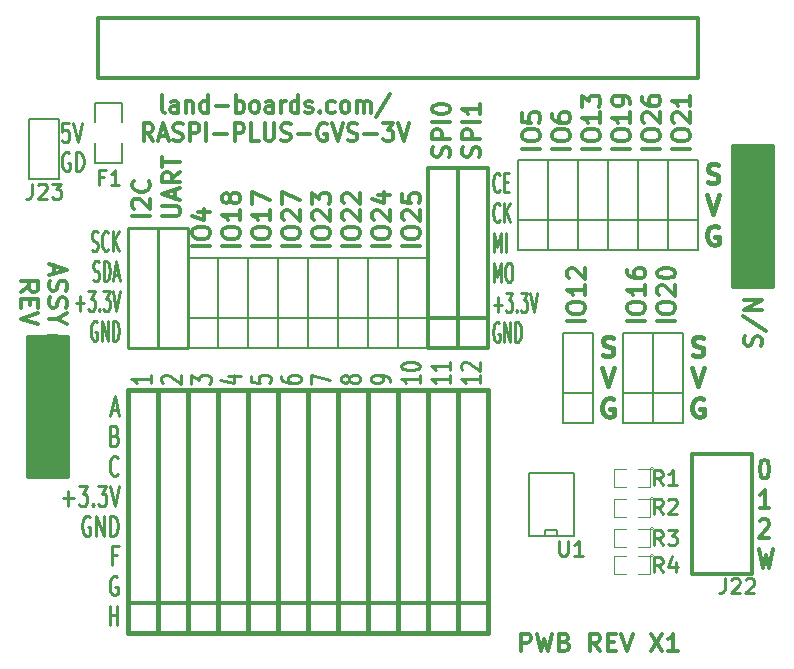
<source format=gto>
G04 (created by PCBNEW (2013-05-31 BZR 4019)-stable) date 8/17/2014 9:53:35 PM*
%MOIN*%
G04 Gerber Fmt 3.4, Leading zero omitted, Abs format*
%FSLAX34Y34*%
G01*
G70*
G90*
G04 APERTURE LIST*
%ADD10C,0.00590551*%
%ADD11C,0.01*%
%ADD12C,0.012*%
%ADD13C,0.00875*%
%ADD14C,0.015*%
%ADD15C,0.011811*%
%ADD16C,0.006*%
%ADD17C,0.005*%
%ADD18C,0.025*%
%ADD19C,0.0039*%
G04 APERTURE END LIST*
G54D10*
G54D11*
X1821Y-3877D02*
X1607Y-3877D01*
X1585Y-4175D01*
X1607Y-4145D01*
X1650Y-4116D01*
X1757Y-4116D01*
X1800Y-4145D01*
X1821Y-4175D01*
X1842Y-4235D01*
X1842Y-4383D01*
X1821Y-4443D01*
X1800Y-4473D01*
X1757Y-4502D01*
X1650Y-4502D01*
X1607Y-4473D01*
X1585Y-4443D01*
X1971Y-3877D02*
X2121Y-4502D01*
X2271Y-3877D01*
X1842Y-4882D02*
X1800Y-4852D01*
X1735Y-4852D01*
X1671Y-4882D01*
X1628Y-4942D01*
X1607Y-5001D01*
X1585Y-5120D01*
X1585Y-5210D01*
X1607Y-5329D01*
X1628Y-5388D01*
X1671Y-5448D01*
X1735Y-5477D01*
X1778Y-5477D01*
X1842Y-5448D01*
X1864Y-5418D01*
X1864Y-5210D01*
X1778Y-5210D01*
X2057Y-5477D02*
X2057Y-4852D01*
X2164Y-4852D01*
X2228Y-4882D01*
X2271Y-4942D01*
X2292Y-5001D01*
X2314Y-5120D01*
X2314Y-5210D01*
X2292Y-5329D01*
X2271Y-5388D01*
X2228Y-5448D01*
X2164Y-5477D01*
X2057Y-5477D01*
G54D12*
X24985Y-15102D02*
X25038Y-15102D01*
X25090Y-15132D01*
X25116Y-15162D01*
X25142Y-15222D01*
X25169Y-15341D01*
X25169Y-15489D01*
X25142Y-15608D01*
X25116Y-15668D01*
X25090Y-15698D01*
X25038Y-15727D01*
X24985Y-15727D01*
X24933Y-15698D01*
X24907Y-15668D01*
X24880Y-15608D01*
X24854Y-15489D01*
X24854Y-15341D01*
X24880Y-15222D01*
X24907Y-15162D01*
X24933Y-15132D01*
X24985Y-15102D01*
X25169Y-16722D02*
X24854Y-16722D01*
X25011Y-16722D02*
X25011Y-16097D01*
X24959Y-16187D01*
X24907Y-16246D01*
X24854Y-16276D01*
X24854Y-17152D02*
X24880Y-17122D01*
X24933Y-17092D01*
X25064Y-17092D01*
X25116Y-17122D01*
X25142Y-17152D01*
X25169Y-17212D01*
X25169Y-17271D01*
X25142Y-17360D01*
X24828Y-17717D01*
X25169Y-17717D01*
X24828Y-18087D02*
X24959Y-18712D01*
X25064Y-18266D01*
X25169Y-18712D01*
X25300Y-18087D01*
G54D13*
X4558Y-12285D02*
X4558Y-12542D01*
X4558Y-12413D02*
X3908Y-12413D01*
X4001Y-12456D01*
X4063Y-12499D01*
X4094Y-12542D01*
X4967Y-12542D02*
X4936Y-12520D01*
X4905Y-12477D01*
X4905Y-12370D01*
X4936Y-12327D01*
X4967Y-12306D01*
X5029Y-12285D01*
X5091Y-12285D01*
X5184Y-12306D01*
X5555Y-12563D01*
X5555Y-12285D01*
X5903Y-12563D02*
X5903Y-12285D01*
X6150Y-12435D01*
X6150Y-12370D01*
X6181Y-12327D01*
X6212Y-12306D01*
X6274Y-12285D01*
X6429Y-12285D01*
X6491Y-12306D01*
X6522Y-12327D01*
X6553Y-12370D01*
X6553Y-12499D01*
X6522Y-12542D01*
X6491Y-12563D01*
X7117Y-12327D02*
X7550Y-12327D01*
X6869Y-12435D02*
X7334Y-12542D01*
X7334Y-12263D01*
X7898Y-12306D02*
X7898Y-12520D01*
X8207Y-12542D01*
X8176Y-12520D01*
X8145Y-12477D01*
X8145Y-12370D01*
X8176Y-12327D01*
X8207Y-12306D01*
X8269Y-12285D01*
X8424Y-12285D01*
X8486Y-12306D01*
X8517Y-12327D01*
X8548Y-12370D01*
X8548Y-12477D01*
X8517Y-12520D01*
X8486Y-12542D01*
X8895Y-12327D02*
X8895Y-12413D01*
X8926Y-12456D01*
X8957Y-12477D01*
X9050Y-12520D01*
X9174Y-12542D01*
X9422Y-12542D01*
X9483Y-12520D01*
X9514Y-12499D01*
X9545Y-12456D01*
X9545Y-12370D01*
X9514Y-12327D01*
X9483Y-12306D01*
X9422Y-12285D01*
X9267Y-12285D01*
X9205Y-12306D01*
X9174Y-12327D01*
X9143Y-12370D01*
X9143Y-12456D01*
X9174Y-12499D01*
X9205Y-12520D01*
X9267Y-12542D01*
X9893Y-12563D02*
X9893Y-12263D01*
X10543Y-12456D01*
X11169Y-12456D02*
X11138Y-12499D01*
X11107Y-12520D01*
X11045Y-12542D01*
X11014Y-12542D01*
X10952Y-12520D01*
X10921Y-12499D01*
X10890Y-12456D01*
X10890Y-12370D01*
X10921Y-12327D01*
X10952Y-12306D01*
X11014Y-12285D01*
X11045Y-12285D01*
X11107Y-12306D01*
X11138Y-12327D01*
X11169Y-12370D01*
X11169Y-12456D01*
X11200Y-12499D01*
X11231Y-12520D01*
X11293Y-12542D01*
X11417Y-12542D01*
X11478Y-12520D01*
X11509Y-12499D01*
X11540Y-12456D01*
X11540Y-12370D01*
X11509Y-12327D01*
X11478Y-12306D01*
X11417Y-12285D01*
X11293Y-12285D01*
X11231Y-12306D01*
X11200Y-12327D01*
X11169Y-12370D01*
X12538Y-12499D02*
X12538Y-12413D01*
X12507Y-12370D01*
X12476Y-12349D01*
X12383Y-12306D01*
X12259Y-12285D01*
X12012Y-12285D01*
X11950Y-12306D01*
X11919Y-12327D01*
X11888Y-12370D01*
X11888Y-12456D01*
X11919Y-12499D01*
X11950Y-12520D01*
X12012Y-12542D01*
X12166Y-12542D01*
X12228Y-12520D01*
X12259Y-12499D01*
X12290Y-12456D01*
X12290Y-12370D01*
X12259Y-12327D01*
X12228Y-12306D01*
X12166Y-12285D01*
X13535Y-12285D02*
X13535Y-12542D01*
X13535Y-12413D02*
X12885Y-12413D01*
X12978Y-12456D01*
X13040Y-12499D01*
X13071Y-12542D01*
X12885Y-12006D02*
X12885Y-11963D01*
X12916Y-11920D01*
X12947Y-11899D01*
X13009Y-11877D01*
X13133Y-11856D01*
X13288Y-11856D01*
X13412Y-11877D01*
X13473Y-11899D01*
X13504Y-11920D01*
X13535Y-11963D01*
X13535Y-12006D01*
X13504Y-12049D01*
X13473Y-12070D01*
X13412Y-12092D01*
X13288Y-12113D01*
X13133Y-12113D01*
X13009Y-12092D01*
X12947Y-12070D01*
X12916Y-12049D01*
X12885Y-12006D01*
X14533Y-12285D02*
X14533Y-12542D01*
X14533Y-12413D02*
X13883Y-12413D01*
X13976Y-12456D01*
X14038Y-12499D01*
X14069Y-12542D01*
X14533Y-11856D02*
X14533Y-12113D01*
X14533Y-11985D02*
X13883Y-11985D01*
X13976Y-12027D01*
X14038Y-12070D01*
X14069Y-12113D01*
X15530Y-12285D02*
X15530Y-12542D01*
X15530Y-12413D02*
X14880Y-12413D01*
X14973Y-12456D01*
X15035Y-12499D01*
X15066Y-12542D01*
X14942Y-12113D02*
X14911Y-12092D01*
X14880Y-12049D01*
X14880Y-11942D01*
X14911Y-11899D01*
X14942Y-11877D01*
X15004Y-11856D01*
X15066Y-11856D01*
X15159Y-11877D01*
X15530Y-12135D01*
X15530Y-11856D01*
X3245Y-13455D02*
X3459Y-13455D01*
X3202Y-13641D02*
X3352Y-12991D01*
X3502Y-13641D01*
X3352Y-14298D02*
X3416Y-14329D01*
X3438Y-14359D01*
X3459Y-14421D01*
X3459Y-14514D01*
X3438Y-14576D01*
X3416Y-14607D01*
X3373Y-14638D01*
X3202Y-14638D01*
X3202Y-13988D01*
X3352Y-13988D01*
X3395Y-14019D01*
X3416Y-14050D01*
X3438Y-14112D01*
X3438Y-14174D01*
X3416Y-14236D01*
X3395Y-14267D01*
X3352Y-14298D01*
X3202Y-14298D01*
X3459Y-15574D02*
X3438Y-15605D01*
X3373Y-15636D01*
X3330Y-15636D01*
X3266Y-15605D01*
X3223Y-15543D01*
X3202Y-15481D01*
X3180Y-15357D01*
X3180Y-15264D01*
X3202Y-15140D01*
X3223Y-15078D01*
X3266Y-15017D01*
X3330Y-14986D01*
X3373Y-14986D01*
X3438Y-15017D01*
X3459Y-15047D01*
X1638Y-16385D02*
X1980Y-16385D01*
X1809Y-16633D02*
X1809Y-16138D01*
X2152Y-15983D02*
X2430Y-15983D01*
X2280Y-16231D01*
X2345Y-16231D01*
X2388Y-16262D01*
X2409Y-16293D01*
X2430Y-16354D01*
X2430Y-16509D01*
X2409Y-16571D01*
X2388Y-16602D01*
X2345Y-16633D01*
X2216Y-16633D01*
X2173Y-16602D01*
X2152Y-16571D01*
X2623Y-16571D02*
X2645Y-16602D01*
X2623Y-16633D01*
X2602Y-16602D01*
X2623Y-16571D01*
X2623Y-16633D01*
X2795Y-15983D02*
X3073Y-15983D01*
X2923Y-16231D01*
X2988Y-16231D01*
X3030Y-16262D01*
X3052Y-16293D01*
X3073Y-16354D01*
X3073Y-16509D01*
X3052Y-16571D01*
X3030Y-16602D01*
X2988Y-16633D01*
X2859Y-16633D01*
X2816Y-16602D01*
X2795Y-16571D01*
X3202Y-15983D02*
X3352Y-16633D01*
X3502Y-15983D01*
X2516Y-17012D02*
X2473Y-16981D01*
X2409Y-16981D01*
X2345Y-17012D01*
X2302Y-17073D01*
X2280Y-17135D01*
X2259Y-17259D01*
X2259Y-17352D01*
X2280Y-17476D01*
X2302Y-17538D01*
X2345Y-17600D01*
X2409Y-17631D01*
X2452Y-17631D01*
X2516Y-17600D01*
X2538Y-17569D01*
X2538Y-17352D01*
X2452Y-17352D01*
X2730Y-17631D02*
X2730Y-16981D01*
X2988Y-17631D01*
X2988Y-16981D01*
X3202Y-17631D02*
X3202Y-16981D01*
X3309Y-16981D01*
X3373Y-17012D01*
X3416Y-17073D01*
X3438Y-17135D01*
X3459Y-17259D01*
X3459Y-17352D01*
X3438Y-17476D01*
X3416Y-17538D01*
X3373Y-17600D01*
X3309Y-17631D01*
X3202Y-17631D01*
X3416Y-18288D02*
X3266Y-18288D01*
X3266Y-18628D02*
X3266Y-17978D01*
X3480Y-17978D01*
X3438Y-19007D02*
X3395Y-18976D01*
X3330Y-18976D01*
X3266Y-19007D01*
X3223Y-19068D01*
X3202Y-19130D01*
X3180Y-19254D01*
X3180Y-19347D01*
X3202Y-19471D01*
X3223Y-19533D01*
X3266Y-19595D01*
X3330Y-19626D01*
X3373Y-19626D01*
X3438Y-19595D01*
X3459Y-19564D01*
X3459Y-19347D01*
X3373Y-19347D01*
X3180Y-20623D02*
X3180Y-19973D01*
X3180Y-20283D02*
X3438Y-20283D01*
X3438Y-20623D02*
X3438Y-19973D01*
G54D14*
X22616Y-11601D02*
X22705Y-11630D01*
X22854Y-11630D01*
X22914Y-11601D01*
X22944Y-11571D01*
X22973Y-11511D01*
X22973Y-11452D01*
X22944Y-11392D01*
X22914Y-11363D01*
X22854Y-11333D01*
X22735Y-11303D01*
X22676Y-11273D01*
X22646Y-11244D01*
X22616Y-11184D01*
X22616Y-11124D01*
X22646Y-11065D01*
X22676Y-11035D01*
X22735Y-11005D01*
X22884Y-11005D01*
X22973Y-11035D01*
X22586Y-12030D02*
X22795Y-12655D01*
X23003Y-12030D01*
X22958Y-13085D02*
X22899Y-13055D01*
X22810Y-13055D01*
X22720Y-13085D01*
X22661Y-13145D01*
X22631Y-13204D01*
X22601Y-13323D01*
X22601Y-13413D01*
X22631Y-13532D01*
X22661Y-13591D01*
X22720Y-13651D01*
X22810Y-13680D01*
X22869Y-13680D01*
X22958Y-13651D01*
X22988Y-13621D01*
X22988Y-13413D01*
X22869Y-13413D01*
G54D15*
X22034Y-10487D02*
X21443Y-10487D01*
X21443Y-10093D02*
X21443Y-9981D01*
X21471Y-9924D01*
X21528Y-9868D01*
X21640Y-9840D01*
X21837Y-9840D01*
X21949Y-9868D01*
X22006Y-9924D01*
X22034Y-9981D01*
X22034Y-10093D01*
X22006Y-10149D01*
X21949Y-10206D01*
X21837Y-10234D01*
X21640Y-10234D01*
X21528Y-10206D01*
X21471Y-10149D01*
X21443Y-10093D01*
X21500Y-9615D02*
X21471Y-9587D01*
X21443Y-9531D01*
X21443Y-9390D01*
X21471Y-9334D01*
X21500Y-9306D01*
X21556Y-9278D01*
X21612Y-9278D01*
X21696Y-9306D01*
X22034Y-9643D01*
X22034Y-9278D01*
X21443Y-8912D02*
X21443Y-8856D01*
X21471Y-8800D01*
X21500Y-8771D01*
X21556Y-8743D01*
X21668Y-8715D01*
X21809Y-8715D01*
X21921Y-8743D01*
X21978Y-8771D01*
X22006Y-8800D01*
X22034Y-8856D01*
X22034Y-8912D01*
X22006Y-8968D01*
X21978Y-8996D01*
X21921Y-9025D01*
X21809Y-9053D01*
X21668Y-9053D01*
X21556Y-9025D01*
X21500Y-8996D01*
X21471Y-8968D01*
X21443Y-8912D01*
X21034Y-10487D02*
X20443Y-10487D01*
X20443Y-10093D02*
X20443Y-9981D01*
X20471Y-9924D01*
X20528Y-9868D01*
X20640Y-9840D01*
X20837Y-9840D01*
X20949Y-9868D01*
X21006Y-9924D01*
X21034Y-9981D01*
X21034Y-10093D01*
X21006Y-10149D01*
X20949Y-10206D01*
X20837Y-10234D01*
X20640Y-10234D01*
X20528Y-10206D01*
X20471Y-10149D01*
X20443Y-10093D01*
X21034Y-9278D02*
X21034Y-9615D01*
X21034Y-9446D02*
X20443Y-9446D01*
X20528Y-9503D01*
X20584Y-9559D01*
X20612Y-9615D01*
X20443Y-8771D02*
X20443Y-8884D01*
X20471Y-8940D01*
X20500Y-8968D01*
X20584Y-9025D01*
X20696Y-9053D01*
X20921Y-9053D01*
X20978Y-9025D01*
X21006Y-8996D01*
X21034Y-8940D01*
X21034Y-8828D01*
X21006Y-8771D01*
X20978Y-8743D01*
X20921Y-8715D01*
X20781Y-8715D01*
X20724Y-8743D01*
X20696Y-8771D01*
X20668Y-8828D01*
X20668Y-8940D01*
X20696Y-8996D01*
X20724Y-9025D01*
X20781Y-9053D01*
X19034Y-10487D02*
X18443Y-10487D01*
X18443Y-10093D02*
X18443Y-9981D01*
X18471Y-9924D01*
X18528Y-9868D01*
X18640Y-9840D01*
X18837Y-9840D01*
X18949Y-9868D01*
X19006Y-9924D01*
X19034Y-9981D01*
X19034Y-10093D01*
X19006Y-10149D01*
X18949Y-10206D01*
X18837Y-10234D01*
X18640Y-10234D01*
X18528Y-10206D01*
X18471Y-10149D01*
X18443Y-10093D01*
X19034Y-9278D02*
X19034Y-9615D01*
X19034Y-9446D02*
X18443Y-9446D01*
X18528Y-9503D01*
X18584Y-9559D01*
X18612Y-9615D01*
X18500Y-9053D02*
X18471Y-9025D01*
X18443Y-8968D01*
X18443Y-8828D01*
X18471Y-8771D01*
X18500Y-8743D01*
X18556Y-8715D01*
X18612Y-8715D01*
X18696Y-8743D01*
X19034Y-9081D01*
X19034Y-8715D01*
X22534Y-4737D02*
X21943Y-4737D01*
X21943Y-4343D02*
X21943Y-4231D01*
X21971Y-4174D01*
X22028Y-4118D01*
X22140Y-4090D01*
X22337Y-4090D01*
X22449Y-4118D01*
X22506Y-4174D01*
X22534Y-4231D01*
X22534Y-4343D01*
X22506Y-4399D01*
X22449Y-4456D01*
X22337Y-4484D01*
X22140Y-4484D01*
X22028Y-4456D01*
X21971Y-4399D01*
X21943Y-4343D01*
X22000Y-3865D02*
X21971Y-3837D01*
X21943Y-3781D01*
X21943Y-3640D01*
X21971Y-3584D01*
X22000Y-3556D01*
X22056Y-3528D01*
X22112Y-3528D01*
X22196Y-3556D01*
X22534Y-3893D01*
X22534Y-3528D01*
X22534Y-2965D02*
X22534Y-3303D01*
X22534Y-3134D02*
X21943Y-3134D01*
X22028Y-3190D01*
X22084Y-3246D01*
X22112Y-3303D01*
X21534Y-4737D02*
X20943Y-4737D01*
X20943Y-4343D02*
X20943Y-4231D01*
X20971Y-4174D01*
X21028Y-4118D01*
X21140Y-4090D01*
X21337Y-4090D01*
X21449Y-4118D01*
X21506Y-4174D01*
X21534Y-4231D01*
X21534Y-4343D01*
X21506Y-4399D01*
X21449Y-4456D01*
X21337Y-4484D01*
X21140Y-4484D01*
X21028Y-4456D01*
X20971Y-4399D01*
X20943Y-4343D01*
X21000Y-3865D02*
X20971Y-3837D01*
X20943Y-3781D01*
X20943Y-3640D01*
X20971Y-3584D01*
X21000Y-3556D01*
X21056Y-3528D01*
X21112Y-3528D01*
X21196Y-3556D01*
X21534Y-3893D01*
X21534Y-3528D01*
X20943Y-3021D02*
X20943Y-3134D01*
X20971Y-3190D01*
X21000Y-3218D01*
X21084Y-3275D01*
X21196Y-3303D01*
X21421Y-3303D01*
X21478Y-3275D01*
X21506Y-3246D01*
X21534Y-3190D01*
X21534Y-3078D01*
X21506Y-3021D01*
X21478Y-2993D01*
X21421Y-2965D01*
X21281Y-2965D01*
X21224Y-2993D01*
X21196Y-3021D01*
X21168Y-3078D01*
X21168Y-3190D01*
X21196Y-3246D01*
X21224Y-3275D01*
X21281Y-3303D01*
X20534Y-4737D02*
X19943Y-4737D01*
X19943Y-4343D02*
X19943Y-4231D01*
X19971Y-4174D01*
X20028Y-4118D01*
X20140Y-4090D01*
X20337Y-4090D01*
X20449Y-4118D01*
X20506Y-4174D01*
X20534Y-4231D01*
X20534Y-4343D01*
X20506Y-4399D01*
X20449Y-4456D01*
X20337Y-4484D01*
X20140Y-4484D01*
X20028Y-4456D01*
X19971Y-4399D01*
X19943Y-4343D01*
X20534Y-3528D02*
X20534Y-3865D01*
X20534Y-3696D02*
X19943Y-3696D01*
X20028Y-3753D01*
X20084Y-3809D01*
X20112Y-3865D01*
X20534Y-3246D02*
X20534Y-3134D01*
X20506Y-3078D01*
X20478Y-3050D01*
X20393Y-2993D01*
X20281Y-2965D01*
X20056Y-2965D01*
X20000Y-2993D01*
X19971Y-3021D01*
X19943Y-3078D01*
X19943Y-3190D01*
X19971Y-3246D01*
X20000Y-3275D01*
X20056Y-3303D01*
X20196Y-3303D01*
X20253Y-3275D01*
X20281Y-3246D01*
X20309Y-3190D01*
X20309Y-3078D01*
X20281Y-3021D01*
X20253Y-2993D01*
X20196Y-2965D01*
X19534Y-4737D02*
X18943Y-4737D01*
X18943Y-4343D02*
X18943Y-4231D01*
X18971Y-4174D01*
X19028Y-4118D01*
X19140Y-4090D01*
X19337Y-4090D01*
X19449Y-4118D01*
X19506Y-4174D01*
X19534Y-4231D01*
X19534Y-4343D01*
X19506Y-4399D01*
X19449Y-4456D01*
X19337Y-4484D01*
X19140Y-4484D01*
X19028Y-4456D01*
X18971Y-4399D01*
X18943Y-4343D01*
X19534Y-3528D02*
X19534Y-3865D01*
X19534Y-3696D02*
X18943Y-3696D01*
X19028Y-3753D01*
X19084Y-3809D01*
X19112Y-3865D01*
X18943Y-3331D02*
X18943Y-2965D01*
X19168Y-3162D01*
X19168Y-3078D01*
X19196Y-3021D01*
X19224Y-2993D01*
X19281Y-2965D01*
X19421Y-2965D01*
X19478Y-2993D01*
X19506Y-3021D01*
X19534Y-3078D01*
X19534Y-3246D01*
X19506Y-3303D01*
X19478Y-3331D01*
X18534Y-4737D02*
X17943Y-4737D01*
X17943Y-4343D02*
X17943Y-4231D01*
X17971Y-4174D01*
X18028Y-4118D01*
X18140Y-4090D01*
X18337Y-4090D01*
X18449Y-4118D01*
X18506Y-4174D01*
X18534Y-4231D01*
X18534Y-4343D01*
X18506Y-4399D01*
X18449Y-4456D01*
X18337Y-4484D01*
X18140Y-4484D01*
X18028Y-4456D01*
X17971Y-4399D01*
X17943Y-4343D01*
X17943Y-3584D02*
X17943Y-3696D01*
X17971Y-3753D01*
X18000Y-3781D01*
X18084Y-3837D01*
X18196Y-3865D01*
X18421Y-3865D01*
X18478Y-3837D01*
X18506Y-3809D01*
X18534Y-3753D01*
X18534Y-3640D01*
X18506Y-3584D01*
X18478Y-3556D01*
X18421Y-3528D01*
X18281Y-3528D01*
X18224Y-3556D01*
X18196Y-3584D01*
X18168Y-3640D01*
X18168Y-3753D01*
X18196Y-3809D01*
X18224Y-3837D01*
X18281Y-3865D01*
X17534Y-4737D02*
X16943Y-4737D01*
X16943Y-4343D02*
X16943Y-4231D01*
X16971Y-4174D01*
X17028Y-4118D01*
X17140Y-4090D01*
X17337Y-4090D01*
X17449Y-4118D01*
X17506Y-4174D01*
X17534Y-4231D01*
X17534Y-4343D01*
X17506Y-4399D01*
X17449Y-4456D01*
X17337Y-4484D01*
X17140Y-4484D01*
X17028Y-4456D01*
X16971Y-4399D01*
X16943Y-4343D01*
X16943Y-3556D02*
X16943Y-3837D01*
X17224Y-3865D01*
X17196Y-3837D01*
X17168Y-3781D01*
X17168Y-3640D01*
X17196Y-3584D01*
X17224Y-3556D01*
X17281Y-3528D01*
X17421Y-3528D01*
X17478Y-3556D01*
X17506Y-3584D01*
X17534Y-3640D01*
X17534Y-3781D01*
X17506Y-3837D01*
X17478Y-3865D01*
X12534Y-7987D02*
X11943Y-7987D01*
X11943Y-7593D02*
X11943Y-7481D01*
X11971Y-7424D01*
X12028Y-7368D01*
X12140Y-7340D01*
X12337Y-7340D01*
X12449Y-7368D01*
X12506Y-7424D01*
X12534Y-7481D01*
X12534Y-7593D01*
X12506Y-7649D01*
X12449Y-7706D01*
X12337Y-7734D01*
X12140Y-7734D01*
X12028Y-7706D01*
X11971Y-7649D01*
X11943Y-7593D01*
X12000Y-7115D02*
X11971Y-7087D01*
X11943Y-7031D01*
X11943Y-6890D01*
X11971Y-6834D01*
X12000Y-6806D01*
X12056Y-6778D01*
X12112Y-6778D01*
X12196Y-6806D01*
X12534Y-7143D01*
X12534Y-6778D01*
X12140Y-6271D02*
X12534Y-6271D01*
X11915Y-6412D02*
X12337Y-6553D01*
X12337Y-6187D01*
X6534Y-7987D02*
X5943Y-7987D01*
X5943Y-7593D02*
X5943Y-7481D01*
X5971Y-7424D01*
X6028Y-7368D01*
X6140Y-7340D01*
X6337Y-7340D01*
X6449Y-7368D01*
X6506Y-7424D01*
X6534Y-7481D01*
X6534Y-7593D01*
X6506Y-7649D01*
X6449Y-7706D01*
X6337Y-7734D01*
X6140Y-7734D01*
X6028Y-7706D01*
X5971Y-7649D01*
X5943Y-7593D01*
X6140Y-6834D02*
X6534Y-6834D01*
X5915Y-6974D02*
X6337Y-7115D01*
X6337Y-6749D01*
G54D14*
X23116Y-5851D02*
X23205Y-5880D01*
X23354Y-5880D01*
X23414Y-5851D01*
X23444Y-5821D01*
X23473Y-5761D01*
X23473Y-5702D01*
X23444Y-5642D01*
X23414Y-5613D01*
X23354Y-5583D01*
X23235Y-5553D01*
X23176Y-5523D01*
X23146Y-5494D01*
X23116Y-5434D01*
X23116Y-5374D01*
X23146Y-5315D01*
X23176Y-5285D01*
X23235Y-5255D01*
X23384Y-5255D01*
X23473Y-5285D01*
X23086Y-6280D02*
X23295Y-6905D01*
X23503Y-6280D01*
X23458Y-7335D02*
X23399Y-7305D01*
X23310Y-7305D01*
X23220Y-7335D01*
X23161Y-7395D01*
X23131Y-7454D01*
X23101Y-7573D01*
X23101Y-7663D01*
X23131Y-7782D01*
X23161Y-7841D01*
X23220Y-7901D01*
X23310Y-7930D01*
X23369Y-7930D01*
X23458Y-7901D01*
X23488Y-7871D01*
X23488Y-7663D01*
X23369Y-7663D01*
X19616Y-11601D02*
X19705Y-11630D01*
X19854Y-11630D01*
X19914Y-11601D01*
X19944Y-11571D01*
X19973Y-11511D01*
X19973Y-11452D01*
X19944Y-11392D01*
X19914Y-11363D01*
X19854Y-11333D01*
X19735Y-11303D01*
X19676Y-11273D01*
X19646Y-11244D01*
X19616Y-11184D01*
X19616Y-11124D01*
X19646Y-11065D01*
X19676Y-11035D01*
X19735Y-11005D01*
X19884Y-11005D01*
X19973Y-11035D01*
X19586Y-12030D02*
X19795Y-12655D01*
X20003Y-12030D01*
X19958Y-13085D02*
X19899Y-13055D01*
X19810Y-13055D01*
X19720Y-13085D01*
X19661Y-13145D01*
X19631Y-13204D01*
X19601Y-13323D01*
X19601Y-13413D01*
X19631Y-13532D01*
X19661Y-13591D01*
X19720Y-13651D01*
X19810Y-13680D01*
X19869Y-13680D01*
X19958Y-13651D01*
X19988Y-13621D01*
X19988Y-13413D01*
X19869Y-13413D01*
G54D15*
X16884Y-21489D02*
X16884Y-20898D01*
X17109Y-20898D01*
X17165Y-20926D01*
X17194Y-20954D01*
X17222Y-21010D01*
X17222Y-21095D01*
X17194Y-21151D01*
X17165Y-21179D01*
X17109Y-21207D01*
X16884Y-21207D01*
X17419Y-20898D02*
X17559Y-21489D01*
X17672Y-21067D01*
X17784Y-21489D01*
X17925Y-20898D01*
X18347Y-21179D02*
X18431Y-21207D01*
X18459Y-21235D01*
X18487Y-21292D01*
X18487Y-21376D01*
X18459Y-21432D01*
X18431Y-21460D01*
X18375Y-21489D01*
X18150Y-21489D01*
X18150Y-20898D01*
X18347Y-20898D01*
X18403Y-20926D01*
X18431Y-20954D01*
X18459Y-21010D01*
X18459Y-21067D01*
X18431Y-21123D01*
X18403Y-21151D01*
X18347Y-21179D01*
X18150Y-21179D01*
X19528Y-21489D02*
X19331Y-21207D01*
X19190Y-21489D02*
X19190Y-20898D01*
X19415Y-20898D01*
X19471Y-20926D01*
X19500Y-20954D01*
X19528Y-21010D01*
X19528Y-21095D01*
X19500Y-21151D01*
X19471Y-21179D01*
X19415Y-21207D01*
X19190Y-21207D01*
X19781Y-21179D02*
X19978Y-21179D01*
X20062Y-21489D02*
X19781Y-21489D01*
X19781Y-20898D01*
X20062Y-20898D01*
X20231Y-20898D02*
X20428Y-21489D01*
X20624Y-20898D01*
X21215Y-20898D02*
X21609Y-21489D01*
X21609Y-20898D02*
X21215Y-21489D01*
X22143Y-21489D02*
X21805Y-21489D01*
X21974Y-21489D02*
X21974Y-20898D01*
X21918Y-20982D01*
X21862Y-21039D01*
X21805Y-21067D01*
X1329Y-8625D02*
X1329Y-8906D01*
X1160Y-8569D02*
X1751Y-8765D01*
X1160Y-8962D01*
X1189Y-9131D02*
X1160Y-9215D01*
X1160Y-9356D01*
X1189Y-9412D01*
X1217Y-9440D01*
X1273Y-9468D01*
X1329Y-9468D01*
X1385Y-9440D01*
X1414Y-9412D01*
X1442Y-9356D01*
X1470Y-9243D01*
X1498Y-9187D01*
X1526Y-9159D01*
X1582Y-9131D01*
X1639Y-9131D01*
X1695Y-9159D01*
X1723Y-9187D01*
X1751Y-9243D01*
X1751Y-9384D01*
X1723Y-9468D01*
X1189Y-9693D02*
X1160Y-9778D01*
X1160Y-9918D01*
X1189Y-9975D01*
X1217Y-10003D01*
X1273Y-10031D01*
X1329Y-10031D01*
X1385Y-10003D01*
X1414Y-9975D01*
X1442Y-9918D01*
X1470Y-9806D01*
X1498Y-9750D01*
X1526Y-9721D01*
X1582Y-9693D01*
X1639Y-9693D01*
X1695Y-9721D01*
X1723Y-9750D01*
X1751Y-9806D01*
X1751Y-9946D01*
X1723Y-10031D01*
X1442Y-10396D02*
X1160Y-10396D01*
X1751Y-10200D02*
X1442Y-10396D01*
X1751Y-10593D01*
X216Y-9497D02*
X497Y-9300D01*
X216Y-9159D02*
X806Y-9159D01*
X806Y-9384D01*
X778Y-9440D01*
X750Y-9468D01*
X694Y-9497D01*
X609Y-9497D01*
X553Y-9468D01*
X525Y-9440D01*
X497Y-9384D01*
X497Y-9159D01*
X525Y-9750D02*
X525Y-9946D01*
X216Y-10031D02*
X216Y-9750D01*
X806Y-9750D01*
X806Y-10031D01*
X806Y-10200D02*
X216Y-10396D01*
X806Y-10593D01*
X24885Y-11312D02*
X24914Y-11228D01*
X24914Y-11087D01*
X24885Y-11031D01*
X24857Y-11003D01*
X24801Y-10974D01*
X24745Y-10974D01*
X24689Y-11003D01*
X24660Y-11031D01*
X24632Y-11087D01*
X24604Y-11199D01*
X24576Y-11256D01*
X24548Y-11284D01*
X24492Y-11312D01*
X24435Y-11312D01*
X24379Y-11284D01*
X24351Y-11256D01*
X24323Y-11199D01*
X24323Y-11059D01*
X24351Y-10974D01*
X24295Y-10300D02*
X25054Y-10806D01*
X24914Y-10103D02*
X24323Y-10103D01*
X24914Y-9765D01*
X24323Y-9765D01*
G54D13*
X2578Y-8110D02*
X2628Y-8141D01*
X2711Y-8141D01*
X2745Y-8110D01*
X2761Y-8079D01*
X2778Y-8017D01*
X2778Y-7955D01*
X2761Y-7893D01*
X2745Y-7862D01*
X2711Y-7831D01*
X2645Y-7800D01*
X2611Y-7769D01*
X2595Y-7738D01*
X2578Y-7676D01*
X2578Y-7614D01*
X2595Y-7552D01*
X2611Y-7522D01*
X2645Y-7491D01*
X2728Y-7491D01*
X2778Y-7522D01*
X3128Y-8079D02*
X3111Y-8110D01*
X3061Y-8141D01*
X3028Y-8141D01*
X2978Y-8110D01*
X2945Y-8048D01*
X2928Y-7986D01*
X2911Y-7862D01*
X2911Y-7769D01*
X2928Y-7645D01*
X2945Y-7583D01*
X2978Y-7522D01*
X3028Y-7491D01*
X3061Y-7491D01*
X3111Y-7522D01*
X3128Y-7552D01*
X3278Y-8141D02*
X3278Y-7491D01*
X3478Y-8141D02*
X3328Y-7769D01*
X3478Y-7491D02*
X3278Y-7862D01*
X2628Y-9107D02*
X2678Y-9138D01*
X2761Y-9138D01*
X2795Y-9107D01*
X2811Y-9076D01*
X2828Y-9014D01*
X2828Y-8952D01*
X2811Y-8890D01*
X2795Y-8859D01*
X2761Y-8829D01*
X2695Y-8798D01*
X2661Y-8767D01*
X2645Y-8736D01*
X2628Y-8674D01*
X2628Y-8612D01*
X2645Y-8550D01*
X2661Y-8519D01*
X2695Y-8488D01*
X2778Y-8488D01*
X2828Y-8519D01*
X2978Y-9138D02*
X2978Y-8488D01*
X3061Y-8488D01*
X3111Y-8519D01*
X3145Y-8581D01*
X3161Y-8643D01*
X3178Y-8767D01*
X3178Y-8859D01*
X3161Y-8983D01*
X3145Y-9045D01*
X3111Y-9107D01*
X3061Y-9138D01*
X2978Y-9138D01*
X3311Y-8952D02*
X3478Y-8952D01*
X3278Y-9138D02*
X3395Y-8488D01*
X3511Y-9138D01*
X2061Y-9888D02*
X2328Y-9888D01*
X2195Y-10136D02*
X2195Y-9640D01*
X2461Y-9486D02*
X2678Y-9486D01*
X2561Y-9733D01*
X2611Y-9733D01*
X2645Y-9764D01*
X2661Y-9795D01*
X2678Y-9857D01*
X2678Y-10012D01*
X2661Y-10074D01*
X2645Y-10105D01*
X2611Y-10136D01*
X2511Y-10136D01*
X2478Y-10105D01*
X2461Y-10074D01*
X2828Y-10074D02*
X2845Y-10105D01*
X2828Y-10136D01*
X2811Y-10105D01*
X2828Y-10074D01*
X2828Y-10136D01*
X2961Y-9486D02*
X3178Y-9486D01*
X3061Y-9733D01*
X3111Y-9733D01*
X3145Y-9764D01*
X3161Y-9795D01*
X3178Y-9857D01*
X3178Y-10012D01*
X3161Y-10074D01*
X3145Y-10105D01*
X3111Y-10136D01*
X3011Y-10136D01*
X2978Y-10105D01*
X2961Y-10074D01*
X3278Y-9486D02*
X3395Y-10136D01*
X3511Y-9486D01*
X2745Y-10514D02*
X2711Y-10483D01*
X2661Y-10483D01*
X2611Y-10514D01*
X2578Y-10576D01*
X2561Y-10638D01*
X2545Y-10762D01*
X2545Y-10854D01*
X2561Y-10978D01*
X2578Y-11040D01*
X2611Y-11102D01*
X2661Y-11133D01*
X2695Y-11133D01*
X2745Y-11102D01*
X2761Y-11071D01*
X2761Y-10854D01*
X2695Y-10854D01*
X2911Y-11133D02*
X2911Y-10483D01*
X3111Y-11133D01*
X3111Y-10483D01*
X3278Y-11133D02*
X3278Y-10483D01*
X3361Y-10483D01*
X3411Y-10514D01*
X3445Y-10576D01*
X3461Y-10638D01*
X3478Y-10762D01*
X3478Y-10854D01*
X3461Y-10978D01*
X3445Y-11040D01*
X3411Y-11102D01*
X3361Y-11133D01*
X3278Y-11133D01*
X16178Y-6129D02*
X16161Y-6160D01*
X16111Y-6191D01*
X16078Y-6191D01*
X16028Y-6160D01*
X15995Y-6098D01*
X15978Y-6036D01*
X15961Y-5912D01*
X15961Y-5819D01*
X15978Y-5695D01*
X15995Y-5633D01*
X16028Y-5572D01*
X16078Y-5541D01*
X16111Y-5541D01*
X16161Y-5572D01*
X16178Y-5602D01*
X16328Y-5850D02*
X16445Y-5850D01*
X16495Y-6191D02*
X16328Y-6191D01*
X16328Y-5541D01*
X16495Y-5541D01*
X16178Y-7126D02*
X16161Y-7157D01*
X16111Y-7188D01*
X16078Y-7188D01*
X16028Y-7157D01*
X15995Y-7095D01*
X15978Y-7033D01*
X15961Y-6909D01*
X15961Y-6817D01*
X15978Y-6693D01*
X15995Y-6631D01*
X16028Y-6569D01*
X16078Y-6538D01*
X16111Y-6538D01*
X16161Y-6569D01*
X16178Y-6600D01*
X16328Y-7188D02*
X16328Y-6538D01*
X16528Y-7188D02*
X16378Y-6817D01*
X16528Y-6538D02*
X16328Y-6909D01*
X15978Y-8186D02*
X15978Y-7536D01*
X16095Y-8000D01*
X16211Y-7536D01*
X16211Y-8186D01*
X16378Y-8186D02*
X16378Y-7536D01*
X15978Y-9183D02*
X15978Y-8533D01*
X16095Y-8997D01*
X16211Y-8533D01*
X16211Y-9183D01*
X16445Y-8533D02*
X16511Y-8533D01*
X16545Y-8564D01*
X16578Y-8626D01*
X16595Y-8750D01*
X16595Y-8966D01*
X16578Y-9090D01*
X16545Y-9152D01*
X16511Y-9183D01*
X16445Y-9183D01*
X16411Y-9152D01*
X16378Y-9090D01*
X16361Y-8966D01*
X16361Y-8750D01*
X16378Y-8626D01*
X16411Y-8564D01*
X16445Y-8533D01*
X15978Y-9933D02*
X16245Y-9933D01*
X16111Y-10181D02*
X16111Y-9685D01*
X16378Y-9531D02*
X16595Y-9531D01*
X16478Y-9778D01*
X16528Y-9778D01*
X16561Y-9809D01*
X16578Y-9840D01*
X16595Y-9902D01*
X16595Y-10057D01*
X16578Y-10119D01*
X16561Y-10150D01*
X16528Y-10181D01*
X16428Y-10181D01*
X16395Y-10150D01*
X16378Y-10119D01*
X16745Y-10119D02*
X16761Y-10150D01*
X16745Y-10181D01*
X16728Y-10150D01*
X16745Y-10119D01*
X16745Y-10181D01*
X16878Y-9531D02*
X17095Y-9531D01*
X16978Y-9778D01*
X17028Y-9778D01*
X17061Y-9809D01*
X17078Y-9840D01*
X17095Y-9902D01*
X17095Y-10057D01*
X17078Y-10119D01*
X17061Y-10150D01*
X17028Y-10181D01*
X16928Y-10181D01*
X16895Y-10150D01*
X16878Y-10119D01*
X17195Y-9531D02*
X17311Y-10181D01*
X17428Y-9531D01*
X16161Y-10559D02*
X16128Y-10528D01*
X16078Y-10528D01*
X16028Y-10559D01*
X15995Y-10621D01*
X15978Y-10683D01*
X15961Y-10807D01*
X15961Y-10899D01*
X15978Y-11023D01*
X15995Y-11085D01*
X16028Y-11147D01*
X16078Y-11178D01*
X16111Y-11178D01*
X16161Y-11147D01*
X16178Y-11116D01*
X16178Y-10899D01*
X16111Y-10899D01*
X16328Y-11178D02*
X16328Y-10528D01*
X16528Y-11178D01*
X16528Y-10528D01*
X16695Y-11178D02*
X16695Y-10528D01*
X16778Y-10528D01*
X16828Y-10559D01*
X16861Y-10621D01*
X16878Y-10683D01*
X16895Y-10807D01*
X16895Y-10899D01*
X16878Y-11023D01*
X16861Y-11085D01*
X16828Y-11147D01*
X16778Y-11178D01*
X16695Y-11178D01*
G54D15*
X5020Y-3539D02*
X4967Y-3510D01*
X4941Y-3454D01*
X4941Y-2948D01*
X5465Y-3539D02*
X5465Y-3229D01*
X5439Y-3173D01*
X5386Y-3145D01*
X5282Y-3145D01*
X5229Y-3173D01*
X5465Y-3510D02*
X5413Y-3539D01*
X5282Y-3539D01*
X5229Y-3510D01*
X5203Y-3454D01*
X5203Y-3398D01*
X5229Y-3342D01*
X5282Y-3314D01*
X5413Y-3314D01*
X5465Y-3285D01*
X5727Y-3145D02*
X5727Y-3539D01*
X5727Y-3201D02*
X5753Y-3173D01*
X5805Y-3145D01*
X5884Y-3145D01*
X5936Y-3173D01*
X5963Y-3229D01*
X5963Y-3539D01*
X6460Y-3539D02*
X6460Y-2948D01*
X6460Y-3510D02*
X6408Y-3539D01*
X6303Y-3539D01*
X6251Y-3510D01*
X6225Y-3482D01*
X6198Y-3426D01*
X6198Y-3257D01*
X6225Y-3201D01*
X6251Y-3173D01*
X6303Y-3145D01*
X6408Y-3145D01*
X6460Y-3173D01*
X6722Y-3314D02*
X7141Y-3314D01*
X7403Y-3539D02*
X7403Y-2948D01*
X7403Y-3173D02*
X7455Y-3145D01*
X7560Y-3145D01*
X7613Y-3173D01*
X7639Y-3201D01*
X7665Y-3257D01*
X7665Y-3426D01*
X7639Y-3482D01*
X7613Y-3510D01*
X7560Y-3539D01*
X7455Y-3539D01*
X7403Y-3510D01*
X7979Y-3539D02*
X7927Y-3510D01*
X7901Y-3482D01*
X7874Y-3426D01*
X7874Y-3257D01*
X7901Y-3201D01*
X7927Y-3173D01*
X7979Y-3145D01*
X8058Y-3145D01*
X8110Y-3173D01*
X8136Y-3201D01*
X8163Y-3257D01*
X8163Y-3426D01*
X8136Y-3482D01*
X8110Y-3510D01*
X8058Y-3539D01*
X7979Y-3539D01*
X8634Y-3539D02*
X8634Y-3229D01*
X8608Y-3173D01*
X8555Y-3145D01*
X8451Y-3145D01*
X8398Y-3173D01*
X8634Y-3510D02*
X8582Y-3539D01*
X8451Y-3539D01*
X8398Y-3510D01*
X8372Y-3454D01*
X8372Y-3398D01*
X8398Y-3342D01*
X8451Y-3314D01*
X8582Y-3314D01*
X8634Y-3285D01*
X8896Y-3539D02*
X8896Y-3145D01*
X8896Y-3257D02*
X8922Y-3201D01*
X8948Y-3173D01*
X9001Y-3145D01*
X9053Y-3145D01*
X9472Y-3539D02*
X9472Y-2948D01*
X9472Y-3510D02*
X9420Y-3539D01*
X9315Y-3539D01*
X9263Y-3510D01*
X9236Y-3482D01*
X9210Y-3426D01*
X9210Y-3257D01*
X9236Y-3201D01*
X9263Y-3173D01*
X9315Y-3145D01*
X9420Y-3145D01*
X9472Y-3173D01*
X9708Y-3510D02*
X9760Y-3539D01*
X9865Y-3539D01*
X9917Y-3510D01*
X9944Y-3454D01*
X9944Y-3426D01*
X9917Y-3370D01*
X9865Y-3342D01*
X9786Y-3342D01*
X9734Y-3314D01*
X9708Y-3257D01*
X9708Y-3229D01*
X9734Y-3173D01*
X9786Y-3145D01*
X9865Y-3145D01*
X9917Y-3173D01*
X10179Y-3482D02*
X10205Y-3510D01*
X10179Y-3539D01*
X10153Y-3510D01*
X10179Y-3482D01*
X10179Y-3539D01*
X10677Y-3510D02*
X10624Y-3539D01*
X10520Y-3539D01*
X10467Y-3510D01*
X10441Y-3482D01*
X10415Y-3426D01*
X10415Y-3257D01*
X10441Y-3201D01*
X10467Y-3173D01*
X10520Y-3145D01*
X10624Y-3145D01*
X10677Y-3173D01*
X10991Y-3539D02*
X10939Y-3510D01*
X10913Y-3482D01*
X10886Y-3426D01*
X10886Y-3257D01*
X10913Y-3201D01*
X10939Y-3173D01*
X10991Y-3145D01*
X11070Y-3145D01*
X11122Y-3173D01*
X11148Y-3201D01*
X11174Y-3257D01*
X11174Y-3426D01*
X11148Y-3482D01*
X11122Y-3510D01*
X11070Y-3539D01*
X10991Y-3539D01*
X11410Y-3539D02*
X11410Y-3145D01*
X11410Y-3201D02*
X11436Y-3173D01*
X11489Y-3145D01*
X11567Y-3145D01*
X11620Y-3173D01*
X11646Y-3229D01*
X11646Y-3539D01*
X11646Y-3229D02*
X11672Y-3173D01*
X11724Y-3145D01*
X11803Y-3145D01*
X11855Y-3173D01*
X11882Y-3229D01*
X11882Y-3539D01*
X12536Y-2920D02*
X12065Y-3679D01*
X4627Y-4483D02*
X4444Y-4202D01*
X4313Y-4483D02*
X4313Y-3893D01*
X4522Y-3893D01*
X4575Y-3921D01*
X4601Y-3949D01*
X4627Y-4005D01*
X4627Y-4090D01*
X4601Y-4146D01*
X4575Y-4174D01*
X4522Y-4202D01*
X4313Y-4202D01*
X4836Y-4315D02*
X5098Y-4315D01*
X4784Y-4483D02*
X4967Y-3893D01*
X5151Y-4483D01*
X5308Y-4455D02*
X5386Y-4483D01*
X5517Y-4483D01*
X5570Y-4455D01*
X5596Y-4427D01*
X5622Y-4371D01*
X5622Y-4315D01*
X5596Y-4258D01*
X5570Y-4230D01*
X5517Y-4202D01*
X5413Y-4174D01*
X5360Y-4146D01*
X5334Y-4118D01*
X5308Y-4062D01*
X5308Y-4005D01*
X5334Y-3949D01*
X5360Y-3921D01*
X5413Y-3893D01*
X5544Y-3893D01*
X5622Y-3921D01*
X5858Y-4483D02*
X5858Y-3893D01*
X6067Y-3893D01*
X6120Y-3921D01*
X6146Y-3949D01*
X6172Y-4005D01*
X6172Y-4090D01*
X6146Y-4146D01*
X6120Y-4174D01*
X6067Y-4202D01*
X5858Y-4202D01*
X6408Y-4483D02*
X6408Y-3893D01*
X6670Y-4258D02*
X7089Y-4258D01*
X7351Y-4483D02*
X7351Y-3893D01*
X7560Y-3893D01*
X7613Y-3921D01*
X7639Y-3949D01*
X7665Y-4005D01*
X7665Y-4090D01*
X7639Y-4146D01*
X7613Y-4174D01*
X7560Y-4202D01*
X7351Y-4202D01*
X8163Y-4483D02*
X7901Y-4483D01*
X7901Y-3893D01*
X8346Y-3893D02*
X8346Y-4371D01*
X8372Y-4427D01*
X8398Y-4455D01*
X8451Y-4483D01*
X8555Y-4483D01*
X8608Y-4455D01*
X8634Y-4427D01*
X8660Y-4371D01*
X8660Y-3893D01*
X8896Y-4455D02*
X8975Y-4483D01*
X9105Y-4483D01*
X9158Y-4455D01*
X9184Y-4427D01*
X9210Y-4371D01*
X9210Y-4315D01*
X9184Y-4258D01*
X9158Y-4230D01*
X9105Y-4202D01*
X9001Y-4174D01*
X8948Y-4146D01*
X8922Y-4118D01*
X8896Y-4062D01*
X8896Y-4005D01*
X8922Y-3949D01*
X8948Y-3921D01*
X9001Y-3893D01*
X9132Y-3893D01*
X9210Y-3921D01*
X9446Y-4258D02*
X9865Y-4258D01*
X10415Y-3921D02*
X10363Y-3893D01*
X10284Y-3893D01*
X10205Y-3921D01*
X10153Y-3977D01*
X10127Y-4033D01*
X10101Y-4146D01*
X10101Y-4230D01*
X10127Y-4343D01*
X10153Y-4399D01*
X10205Y-4455D01*
X10284Y-4483D01*
X10336Y-4483D01*
X10415Y-4455D01*
X10441Y-4427D01*
X10441Y-4230D01*
X10336Y-4230D01*
X10598Y-3893D02*
X10782Y-4483D01*
X10965Y-3893D01*
X11122Y-4455D02*
X11201Y-4483D01*
X11332Y-4483D01*
X11384Y-4455D01*
X11410Y-4427D01*
X11436Y-4371D01*
X11436Y-4315D01*
X11410Y-4258D01*
X11384Y-4230D01*
X11332Y-4202D01*
X11227Y-4174D01*
X11175Y-4146D01*
X11148Y-4118D01*
X11122Y-4062D01*
X11122Y-4005D01*
X11148Y-3949D01*
X11175Y-3921D01*
X11227Y-3893D01*
X11358Y-3893D01*
X11436Y-3921D01*
X11672Y-4258D02*
X12091Y-4258D01*
X12301Y-3893D02*
X12641Y-3893D01*
X12458Y-4118D01*
X12536Y-4118D01*
X12589Y-4146D01*
X12615Y-4174D01*
X12641Y-4230D01*
X12641Y-4371D01*
X12615Y-4427D01*
X12589Y-4455D01*
X12536Y-4483D01*
X12379Y-4483D01*
X12327Y-4455D01*
X12301Y-4427D01*
X12798Y-3893D02*
X12982Y-4483D01*
X13165Y-3893D01*
X15506Y-5015D02*
X15534Y-4931D01*
X15534Y-4790D01*
X15506Y-4734D01*
X15478Y-4706D01*
X15421Y-4678D01*
X15365Y-4678D01*
X15309Y-4706D01*
X15281Y-4734D01*
X15253Y-4790D01*
X15224Y-4902D01*
X15196Y-4959D01*
X15168Y-4987D01*
X15112Y-5015D01*
X15056Y-5015D01*
X15000Y-4987D01*
X14971Y-4959D01*
X14943Y-4902D01*
X14943Y-4762D01*
X14971Y-4678D01*
X15534Y-4424D02*
X14943Y-4424D01*
X14943Y-4199D01*
X14971Y-4143D01*
X15000Y-4115D01*
X15056Y-4087D01*
X15140Y-4087D01*
X15196Y-4115D01*
X15224Y-4143D01*
X15253Y-4199D01*
X15253Y-4424D01*
X15534Y-3834D02*
X14943Y-3834D01*
X15534Y-3243D02*
X15534Y-3581D01*
X15534Y-3412D02*
X14943Y-3412D01*
X15028Y-3468D01*
X15084Y-3525D01*
X15112Y-3581D01*
X14506Y-5015D02*
X14534Y-4931D01*
X14534Y-4790D01*
X14506Y-4734D01*
X14478Y-4706D01*
X14421Y-4678D01*
X14365Y-4678D01*
X14309Y-4706D01*
X14281Y-4734D01*
X14253Y-4790D01*
X14224Y-4902D01*
X14196Y-4959D01*
X14168Y-4987D01*
X14112Y-5015D01*
X14056Y-5015D01*
X14000Y-4987D01*
X13971Y-4959D01*
X13943Y-4902D01*
X13943Y-4762D01*
X13971Y-4678D01*
X14534Y-4424D02*
X13943Y-4424D01*
X13943Y-4199D01*
X13971Y-4143D01*
X14000Y-4115D01*
X14056Y-4087D01*
X14140Y-4087D01*
X14196Y-4115D01*
X14224Y-4143D01*
X14253Y-4199D01*
X14253Y-4424D01*
X14534Y-3834D02*
X13943Y-3834D01*
X13943Y-3440D02*
X13943Y-3384D01*
X13971Y-3328D01*
X14000Y-3300D01*
X14056Y-3271D01*
X14168Y-3243D01*
X14309Y-3243D01*
X14421Y-3271D01*
X14478Y-3300D01*
X14506Y-3328D01*
X14534Y-3384D01*
X14534Y-3440D01*
X14506Y-3496D01*
X14478Y-3525D01*
X14421Y-3553D01*
X14309Y-3581D01*
X14168Y-3581D01*
X14056Y-3553D01*
X14000Y-3525D01*
X13971Y-3496D01*
X13943Y-3440D01*
X13534Y-7987D02*
X12943Y-7987D01*
X12943Y-7593D02*
X12943Y-7481D01*
X12971Y-7424D01*
X13028Y-7368D01*
X13140Y-7340D01*
X13337Y-7340D01*
X13449Y-7368D01*
X13506Y-7424D01*
X13534Y-7481D01*
X13534Y-7593D01*
X13506Y-7649D01*
X13449Y-7706D01*
X13337Y-7734D01*
X13140Y-7734D01*
X13028Y-7706D01*
X12971Y-7649D01*
X12943Y-7593D01*
X13000Y-7115D02*
X12971Y-7087D01*
X12943Y-7031D01*
X12943Y-6890D01*
X12971Y-6834D01*
X13000Y-6806D01*
X13056Y-6778D01*
X13112Y-6778D01*
X13196Y-6806D01*
X13534Y-7143D01*
X13534Y-6778D01*
X12943Y-6243D02*
X12943Y-6525D01*
X13224Y-6553D01*
X13196Y-6525D01*
X13168Y-6468D01*
X13168Y-6328D01*
X13196Y-6271D01*
X13224Y-6243D01*
X13281Y-6215D01*
X13421Y-6215D01*
X13478Y-6243D01*
X13506Y-6271D01*
X13534Y-6328D01*
X13534Y-6468D01*
X13506Y-6525D01*
X13478Y-6553D01*
X11534Y-7987D02*
X10943Y-7987D01*
X10943Y-7593D02*
X10943Y-7481D01*
X10971Y-7424D01*
X11028Y-7368D01*
X11140Y-7340D01*
X11337Y-7340D01*
X11449Y-7368D01*
X11506Y-7424D01*
X11534Y-7481D01*
X11534Y-7593D01*
X11506Y-7649D01*
X11449Y-7706D01*
X11337Y-7734D01*
X11140Y-7734D01*
X11028Y-7706D01*
X10971Y-7649D01*
X10943Y-7593D01*
X11000Y-7115D02*
X10971Y-7087D01*
X10943Y-7031D01*
X10943Y-6890D01*
X10971Y-6834D01*
X11000Y-6806D01*
X11056Y-6778D01*
X11112Y-6778D01*
X11196Y-6806D01*
X11534Y-7143D01*
X11534Y-6778D01*
X11000Y-6553D02*
X10971Y-6525D01*
X10943Y-6468D01*
X10943Y-6328D01*
X10971Y-6271D01*
X11000Y-6243D01*
X11056Y-6215D01*
X11112Y-6215D01*
X11196Y-6243D01*
X11534Y-6581D01*
X11534Y-6215D01*
X10534Y-7987D02*
X9943Y-7987D01*
X9943Y-7593D02*
X9943Y-7481D01*
X9971Y-7424D01*
X10028Y-7368D01*
X10140Y-7340D01*
X10337Y-7340D01*
X10449Y-7368D01*
X10506Y-7424D01*
X10534Y-7481D01*
X10534Y-7593D01*
X10506Y-7649D01*
X10449Y-7706D01*
X10337Y-7734D01*
X10140Y-7734D01*
X10028Y-7706D01*
X9971Y-7649D01*
X9943Y-7593D01*
X10000Y-7115D02*
X9971Y-7087D01*
X9943Y-7031D01*
X9943Y-6890D01*
X9971Y-6834D01*
X10000Y-6806D01*
X10056Y-6778D01*
X10112Y-6778D01*
X10196Y-6806D01*
X10534Y-7143D01*
X10534Y-6778D01*
X9943Y-6581D02*
X9943Y-6215D01*
X10168Y-6412D01*
X10168Y-6328D01*
X10196Y-6271D01*
X10224Y-6243D01*
X10281Y-6215D01*
X10421Y-6215D01*
X10478Y-6243D01*
X10506Y-6271D01*
X10534Y-6328D01*
X10534Y-6496D01*
X10506Y-6553D01*
X10478Y-6581D01*
X9534Y-7987D02*
X8943Y-7987D01*
X8943Y-7593D02*
X8943Y-7481D01*
X8971Y-7424D01*
X9028Y-7368D01*
X9140Y-7340D01*
X9337Y-7340D01*
X9449Y-7368D01*
X9506Y-7424D01*
X9534Y-7481D01*
X9534Y-7593D01*
X9506Y-7649D01*
X9449Y-7706D01*
X9337Y-7734D01*
X9140Y-7734D01*
X9028Y-7706D01*
X8971Y-7649D01*
X8943Y-7593D01*
X9000Y-7115D02*
X8971Y-7087D01*
X8943Y-7031D01*
X8943Y-6890D01*
X8971Y-6834D01*
X9000Y-6806D01*
X9056Y-6778D01*
X9112Y-6778D01*
X9196Y-6806D01*
X9534Y-7143D01*
X9534Y-6778D01*
X8943Y-6581D02*
X8943Y-6187D01*
X9534Y-6440D01*
X8534Y-7987D02*
X7943Y-7987D01*
X7943Y-7593D02*
X7943Y-7481D01*
X7971Y-7424D01*
X8028Y-7368D01*
X8140Y-7340D01*
X8337Y-7340D01*
X8449Y-7368D01*
X8506Y-7424D01*
X8534Y-7481D01*
X8534Y-7593D01*
X8506Y-7649D01*
X8449Y-7706D01*
X8337Y-7734D01*
X8140Y-7734D01*
X8028Y-7706D01*
X7971Y-7649D01*
X7943Y-7593D01*
X8534Y-6778D02*
X8534Y-7115D01*
X8534Y-6946D02*
X7943Y-6946D01*
X8028Y-7003D01*
X8084Y-7059D01*
X8112Y-7115D01*
X7943Y-6581D02*
X7943Y-6187D01*
X8534Y-6440D01*
X7534Y-7987D02*
X6943Y-7987D01*
X6943Y-7593D02*
X6943Y-7481D01*
X6971Y-7424D01*
X7028Y-7368D01*
X7140Y-7340D01*
X7337Y-7340D01*
X7449Y-7368D01*
X7506Y-7424D01*
X7534Y-7481D01*
X7534Y-7593D01*
X7506Y-7649D01*
X7449Y-7706D01*
X7337Y-7734D01*
X7140Y-7734D01*
X7028Y-7706D01*
X6971Y-7649D01*
X6943Y-7593D01*
X7534Y-6778D02*
X7534Y-7115D01*
X7534Y-6946D02*
X6943Y-6946D01*
X7028Y-7003D01*
X7084Y-7059D01*
X7112Y-7115D01*
X7196Y-6440D02*
X7168Y-6496D01*
X7140Y-6525D01*
X7084Y-6553D01*
X7056Y-6553D01*
X7000Y-6525D01*
X6971Y-6496D01*
X6943Y-6440D01*
X6943Y-6328D01*
X6971Y-6271D01*
X7000Y-6243D01*
X7056Y-6215D01*
X7084Y-6215D01*
X7140Y-6243D01*
X7168Y-6271D01*
X7196Y-6328D01*
X7196Y-6440D01*
X7224Y-6496D01*
X7253Y-6525D01*
X7309Y-6553D01*
X7421Y-6553D01*
X7478Y-6525D01*
X7506Y-6496D01*
X7534Y-6440D01*
X7534Y-6328D01*
X7506Y-6271D01*
X7478Y-6243D01*
X7421Y-6215D01*
X7309Y-6215D01*
X7253Y-6243D01*
X7224Y-6271D01*
X7196Y-6328D01*
X4943Y-6987D02*
X5421Y-6987D01*
X5478Y-6959D01*
X5506Y-6931D01*
X5534Y-6874D01*
X5534Y-6762D01*
X5506Y-6706D01*
X5478Y-6678D01*
X5421Y-6649D01*
X4943Y-6649D01*
X5365Y-6396D02*
X5365Y-6115D01*
X5534Y-6453D02*
X4943Y-6256D01*
X5534Y-6059D01*
X5534Y-5525D02*
X5253Y-5721D01*
X5534Y-5862D02*
X4943Y-5862D01*
X4943Y-5637D01*
X4971Y-5581D01*
X5000Y-5553D01*
X5056Y-5525D01*
X5140Y-5525D01*
X5196Y-5553D01*
X5224Y-5581D01*
X5253Y-5637D01*
X5253Y-5862D01*
X4943Y-5356D02*
X4943Y-5018D01*
X5534Y-5187D02*
X4943Y-5187D01*
X4534Y-6987D02*
X3943Y-6987D01*
X4000Y-6734D02*
X3971Y-6706D01*
X3943Y-6649D01*
X3943Y-6509D01*
X3971Y-6453D01*
X4000Y-6424D01*
X4056Y-6396D01*
X4112Y-6396D01*
X4196Y-6424D01*
X4534Y-6762D01*
X4534Y-6396D01*
X4478Y-5806D02*
X4506Y-5834D01*
X4534Y-5918D01*
X4534Y-5974D01*
X4506Y-6059D01*
X4449Y-6115D01*
X4393Y-6143D01*
X4281Y-6171D01*
X4196Y-6171D01*
X4084Y-6143D01*
X4028Y-6115D01*
X3971Y-6059D01*
X3943Y-5974D01*
X3943Y-5918D01*
X3971Y-5834D01*
X4000Y-5806D01*
G54D11*
X5795Y-7377D02*
X5795Y-11377D01*
X4795Y-7377D02*
X4795Y-11377D01*
X4795Y-11377D02*
X5795Y-11377D01*
X5795Y-7377D02*
X4795Y-7377D01*
G54D16*
X7795Y-11377D02*
X6795Y-11377D01*
X6795Y-11377D02*
X6795Y-8377D01*
X6795Y-8377D02*
X7795Y-8377D01*
X7795Y-8377D02*
X7795Y-11377D01*
X6795Y-10377D02*
X7795Y-10377D01*
X9795Y-11377D02*
X8795Y-11377D01*
X8795Y-11377D02*
X8795Y-8377D01*
X8795Y-8377D02*
X9795Y-8377D01*
X9795Y-8377D02*
X9795Y-11377D01*
X8795Y-10377D02*
X9795Y-10377D01*
X11795Y-11377D02*
X10795Y-11377D01*
X10795Y-11377D02*
X10795Y-8377D01*
X10795Y-8377D02*
X11795Y-8377D01*
X11795Y-8377D02*
X11795Y-11377D01*
X10795Y-10377D02*
X11795Y-10377D01*
X13795Y-11377D02*
X12795Y-11377D01*
X12795Y-11377D02*
X12795Y-8377D01*
X12795Y-8377D02*
X13795Y-8377D01*
X13795Y-8377D02*
X13795Y-11377D01*
X12795Y-10377D02*
X13795Y-10377D01*
X10795Y-11377D02*
X9795Y-11377D01*
X9795Y-11377D02*
X9795Y-8377D01*
X9795Y-8377D02*
X10795Y-8377D01*
X10795Y-8377D02*
X10795Y-11377D01*
X9795Y-10377D02*
X10795Y-10377D01*
X12795Y-11377D02*
X11795Y-11377D01*
X11795Y-11377D02*
X11795Y-8377D01*
X11795Y-8377D02*
X12795Y-8377D01*
X12795Y-8377D02*
X12795Y-11377D01*
X11795Y-10377D02*
X12795Y-10377D01*
G54D12*
X15795Y-11377D02*
X14795Y-11377D01*
X14795Y-11377D02*
X14795Y-5377D01*
X14795Y-5377D02*
X15795Y-5377D01*
X15795Y-5377D02*
X15795Y-11377D01*
X15795Y-10377D02*
X14795Y-10377D01*
G54D11*
X4795Y-7377D02*
X4795Y-11377D01*
X3795Y-7377D02*
X3795Y-11377D01*
X3795Y-11377D02*
X4795Y-11377D01*
X4795Y-7377D02*
X3795Y-7377D01*
G54D16*
X8795Y-11377D02*
X7795Y-11377D01*
X7795Y-11377D02*
X7795Y-8377D01*
X7795Y-8377D02*
X8795Y-8377D01*
X8795Y-8377D02*
X8795Y-11377D01*
X7795Y-10377D02*
X8795Y-10377D01*
G54D12*
X14795Y-11377D02*
X13795Y-11377D01*
X13795Y-11377D02*
X13795Y-5377D01*
X13795Y-5377D02*
X14795Y-5377D01*
X14795Y-5377D02*
X14795Y-11377D01*
X14795Y-10377D02*
X13795Y-10377D01*
G54D17*
X3600Y-3200D02*
X2700Y-3200D01*
X2700Y-3200D02*
X2700Y-3850D01*
X3600Y-4550D02*
X3600Y-5200D01*
X3600Y-5200D02*
X2700Y-5200D01*
X2700Y-5200D02*
X2700Y-4550D01*
X3600Y-3850D02*
X3600Y-3200D01*
G54D18*
X25075Y-4700D02*
X25075Y-9200D01*
X25075Y-9200D02*
X24825Y-9200D01*
X24825Y-9200D02*
X24825Y-4700D01*
X24825Y-4700D02*
X24575Y-4700D01*
X24575Y-4700D02*
X24575Y-9250D01*
X24575Y-9250D02*
X24325Y-9250D01*
X24325Y-9250D02*
X24325Y-4700D01*
X24325Y-4700D02*
X24125Y-4700D01*
X24125Y-4700D02*
X24125Y-9200D01*
G54D14*
X25275Y-9300D02*
X25275Y-4650D01*
X25275Y-4650D02*
X23975Y-4650D01*
X23975Y-4650D02*
X23975Y-9300D01*
X23975Y-9300D02*
X25275Y-9300D01*
G54D18*
X650Y-15600D02*
X650Y-11100D01*
X650Y-11100D02*
X900Y-11100D01*
X900Y-11100D02*
X900Y-15600D01*
X900Y-15600D02*
X1150Y-15600D01*
X1150Y-15600D02*
X1150Y-11050D01*
X1150Y-11050D02*
X1400Y-11050D01*
X1400Y-11050D02*
X1400Y-15600D01*
X1400Y-15600D02*
X1600Y-15600D01*
X1600Y-15600D02*
X1600Y-11100D01*
G54D14*
X450Y-11000D02*
X450Y-15650D01*
X450Y-15650D02*
X1750Y-15650D01*
X1750Y-15650D02*
X1750Y-11000D01*
X1750Y-11000D02*
X450Y-11000D01*
G54D16*
X17795Y-8127D02*
X16795Y-8127D01*
X16795Y-8127D02*
X16795Y-5127D01*
X16795Y-5127D02*
X17795Y-5127D01*
X17795Y-5127D02*
X17795Y-8127D01*
X16795Y-7127D02*
X17795Y-7127D01*
X18795Y-8127D02*
X17795Y-8127D01*
X17795Y-8127D02*
X17795Y-5127D01*
X17795Y-5127D02*
X18795Y-5127D01*
X18795Y-5127D02*
X18795Y-8127D01*
X17795Y-7127D02*
X18795Y-7127D01*
X19795Y-8127D02*
X18795Y-8127D01*
X18795Y-8127D02*
X18795Y-5127D01*
X18795Y-5127D02*
X19795Y-5127D01*
X19795Y-5127D02*
X19795Y-8127D01*
X18795Y-7127D02*
X19795Y-7127D01*
X20795Y-8127D02*
X19795Y-8127D01*
X19795Y-8127D02*
X19795Y-5127D01*
X19795Y-5127D02*
X20795Y-5127D01*
X20795Y-5127D02*
X20795Y-8127D01*
X19795Y-7127D02*
X20795Y-7127D01*
X21795Y-8127D02*
X20795Y-8127D01*
X20795Y-8127D02*
X20795Y-5127D01*
X20795Y-5127D02*
X21795Y-5127D01*
X21795Y-5127D02*
X21795Y-8127D01*
X20795Y-7127D02*
X21795Y-7127D01*
X19295Y-13877D02*
X18295Y-13877D01*
X18295Y-13877D02*
X18295Y-10877D01*
X18295Y-10877D02*
X19295Y-10877D01*
X19295Y-10877D02*
X19295Y-13877D01*
X18295Y-12877D02*
X19295Y-12877D01*
X21295Y-13877D02*
X20295Y-13877D01*
X20295Y-13877D02*
X20295Y-10877D01*
X20295Y-10877D02*
X21295Y-10877D01*
X21295Y-10877D02*
X21295Y-13877D01*
X20295Y-12877D02*
X21295Y-12877D01*
X22295Y-13877D02*
X21295Y-13877D01*
X21295Y-13877D02*
X21295Y-10877D01*
X21295Y-10877D02*
X22295Y-10877D01*
X22295Y-10877D02*
X22295Y-13877D01*
X21295Y-12877D02*
X22295Y-12877D01*
X22795Y-8127D02*
X21795Y-8127D01*
X21795Y-8127D02*
X21795Y-5127D01*
X21795Y-5127D02*
X22795Y-5127D01*
X22795Y-5127D02*
X22795Y-8127D01*
X21795Y-7127D02*
X22795Y-7127D01*
G54D12*
X22795Y-2377D02*
X2795Y-2377D01*
X22795Y-377D02*
X2795Y-377D01*
X22795Y-377D02*
X22795Y-2377D01*
X2795Y-377D02*
X2795Y-2377D01*
G54D16*
X6795Y-11377D02*
X5795Y-11377D01*
X5795Y-11377D02*
X5795Y-8377D01*
X5795Y-8377D02*
X6795Y-8377D01*
X6795Y-8377D02*
X6795Y-11377D01*
X5795Y-10377D02*
X6795Y-10377D01*
G54D14*
X4795Y-12777D02*
X4795Y-20877D01*
X3795Y-20877D02*
X3795Y-12777D01*
X3795Y-20893D02*
X4795Y-20893D01*
X3795Y-12763D02*
X4795Y-12763D01*
G54D12*
X4795Y-19893D02*
X3795Y-19893D01*
G54D14*
X5795Y-12777D02*
X5795Y-20877D01*
X4795Y-20877D02*
X4795Y-12777D01*
X4795Y-20893D02*
X5795Y-20893D01*
X4795Y-12763D02*
X5795Y-12763D01*
G54D12*
X5795Y-19893D02*
X4795Y-19893D01*
G54D14*
X6795Y-12777D02*
X6795Y-20877D01*
X5795Y-20877D02*
X5795Y-12777D01*
X5795Y-20893D02*
X6795Y-20893D01*
X5795Y-12763D02*
X6795Y-12763D01*
G54D12*
X6795Y-19893D02*
X5795Y-19893D01*
G54D14*
X7795Y-12777D02*
X7795Y-20877D01*
X6795Y-20877D02*
X6795Y-12777D01*
X6795Y-20893D02*
X7795Y-20893D01*
X6795Y-12763D02*
X7795Y-12763D01*
G54D12*
X7795Y-19893D02*
X6795Y-19893D01*
G54D14*
X8795Y-12777D02*
X8795Y-20877D01*
X7795Y-20877D02*
X7795Y-12777D01*
X7795Y-20893D02*
X8795Y-20893D01*
X7795Y-12763D02*
X8795Y-12763D01*
G54D12*
X8795Y-19893D02*
X7795Y-19893D01*
G54D14*
X9795Y-12777D02*
X9795Y-20877D01*
X8795Y-20877D02*
X8795Y-12777D01*
X8795Y-20893D02*
X9795Y-20893D01*
X8795Y-12763D02*
X9795Y-12763D01*
G54D12*
X9795Y-19893D02*
X8795Y-19893D01*
G54D14*
X10795Y-12777D02*
X10795Y-20877D01*
X9795Y-20877D02*
X9795Y-12777D01*
X9795Y-20893D02*
X10795Y-20893D01*
X9795Y-12763D02*
X10795Y-12763D01*
G54D12*
X10795Y-19893D02*
X9795Y-19893D01*
G54D14*
X11795Y-12777D02*
X11795Y-20877D01*
X10795Y-20877D02*
X10795Y-12777D01*
X10795Y-20893D02*
X11795Y-20893D01*
X10795Y-12763D02*
X11795Y-12763D01*
G54D12*
X11795Y-19893D02*
X10795Y-19893D01*
G54D14*
X12795Y-12777D02*
X12795Y-20877D01*
X11795Y-20877D02*
X11795Y-12777D01*
X11795Y-20893D02*
X12795Y-20893D01*
X11795Y-12763D02*
X12795Y-12763D01*
G54D12*
X12795Y-19893D02*
X11795Y-19893D01*
G54D14*
X13795Y-12777D02*
X13795Y-20877D01*
X12795Y-20877D02*
X12795Y-12777D01*
X12795Y-20893D02*
X13795Y-20893D01*
X12795Y-12763D02*
X13795Y-12763D01*
G54D12*
X13795Y-19893D02*
X12795Y-19893D01*
G54D14*
X14795Y-12777D02*
X14795Y-20877D01*
X13795Y-20877D02*
X13795Y-12777D01*
X13795Y-20893D02*
X14795Y-20893D01*
X13795Y-12763D02*
X14795Y-12763D01*
G54D12*
X14795Y-19893D02*
X13795Y-19893D01*
G54D14*
X15795Y-12777D02*
X15795Y-20877D01*
X14795Y-20877D02*
X14795Y-12777D01*
X14795Y-20893D02*
X15795Y-20893D01*
X14795Y-12763D02*
X15795Y-12763D01*
G54D12*
X15795Y-19893D02*
X14795Y-19893D01*
G54D19*
X21300Y-15400D02*
G75*
G03X21300Y-15400I-50J0D01*
G74*
G01*
X20800Y-15400D02*
X21200Y-15400D01*
X21200Y-15400D02*
X21200Y-16000D01*
X21200Y-16000D02*
X20800Y-16000D01*
X20400Y-16000D02*
X20000Y-16000D01*
X20000Y-16000D02*
X20000Y-15400D01*
X20000Y-15400D02*
X20400Y-15400D01*
X21300Y-17400D02*
G75*
G03X21300Y-17400I-50J0D01*
G74*
G01*
X20800Y-17400D02*
X21200Y-17400D01*
X21200Y-17400D02*
X21200Y-18000D01*
X21200Y-18000D02*
X20800Y-18000D01*
X20400Y-18000D02*
X20000Y-18000D01*
X20000Y-18000D02*
X20000Y-17400D01*
X20000Y-17400D02*
X20400Y-17400D01*
X21300Y-18300D02*
G75*
G03X21300Y-18300I-50J0D01*
G74*
G01*
X20800Y-18300D02*
X21200Y-18300D01*
X21200Y-18300D02*
X21200Y-18900D01*
X21200Y-18900D02*
X20800Y-18900D01*
X20400Y-18900D02*
X20000Y-18900D01*
X20000Y-18900D02*
X20000Y-18300D01*
X20000Y-18300D02*
X20400Y-18300D01*
X21300Y-16400D02*
G75*
G03X21300Y-16400I-50J0D01*
G74*
G01*
X20800Y-16400D02*
X21200Y-16400D01*
X21200Y-16400D02*
X21200Y-17000D01*
X21200Y-17000D02*
X20800Y-17000D01*
X20400Y-17000D02*
X20000Y-17000D01*
X20000Y-17000D02*
X20000Y-16400D01*
X20000Y-16400D02*
X20400Y-16400D01*
G54D17*
X18600Y-17650D02*
X18650Y-17650D01*
X18650Y-17650D02*
X18650Y-15550D01*
X17150Y-15550D02*
X17150Y-17650D01*
X17150Y-17650D02*
X18600Y-17650D01*
X17700Y-17650D02*
X17700Y-17450D01*
X17700Y-17450D02*
X18100Y-17450D01*
X18100Y-17450D02*
X18100Y-17650D01*
X17150Y-15550D02*
X18650Y-15550D01*
G54D12*
X22600Y-18900D02*
X22600Y-14900D01*
X22600Y-14900D02*
X24600Y-14900D01*
X24600Y-14900D02*
X24600Y-18900D01*
X24600Y-18900D02*
X22600Y-18900D01*
G54D16*
X1500Y-5750D02*
X500Y-5750D01*
X500Y-5750D02*
X500Y-3750D01*
X500Y-3750D02*
X1500Y-3750D01*
X1500Y-3750D02*
X1500Y-5750D01*
G54D11*
X2983Y-5690D02*
X2816Y-5690D01*
X2816Y-5952D02*
X2816Y-5452D01*
X3054Y-5452D01*
X3507Y-5952D02*
X3221Y-5952D01*
X3364Y-5952D02*
X3364Y-5452D01*
X3316Y-5523D01*
X3269Y-5571D01*
X3221Y-5595D01*
X21616Y-15952D02*
X21450Y-15714D01*
X21330Y-15952D02*
X21330Y-15452D01*
X21521Y-15452D01*
X21569Y-15476D01*
X21592Y-15500D01*
X21616Y-15547D01*
X21616Y-15619D01*
X21592Y-15666D01*
X21569Y-15690D01*
X21521Y-15714D01*
X21330Y-15714D01*
X22092Y-15952D02*
X21807Y-15952D01*
X21950Y-15952D02*
X21950Y-15452D01*
X21902Y-15523D01*
X21854Y-15571D01*
X21807Y-15595D01*
X21616Y-17952D02*
X21450Y-17714D01*
X21330Y-17952D02*
X21330Y-17452D01*
X21521Y-17452D01*
X21569Y-17476D01*
X21592Y-17500D01*
X21616Y-17547D01*
X21616Y-17619D01*
X21592Y-17666D01*
X21569Y-17690D01*
X21521Y-17714D01*
X21330Y-17714D01*
X21783Y-17452D02*
X22092Y-17452D01*
X21926Y-17642D01*
X21997Y-17642D01*
X22045Y-17666D01*
X22069Y-17690D01*
X22092Y-17738D01*
X22092Y-17857D01*
X22069Y-17904D01*
X22045Y-17928D01*
X21997Y-17952D01*
X21854Y-17952D01*
X21807Y-17928D01*
X21783Y-17904D01*
X21616Y-18852D02*
X21450Y-18614D01*
X21330Y-18852D02*
X21330Y-18352D01*
X21521Y-18352D01*
X21569Y-18376D01*
X21592Y-18400D01*
X21616Y-18447D01*
X21616Y-18519D01*
X21592Y-18566D01*
X21569Y-18590D01*
X21521Y-18614D01*
X21330Y-18614D01*
X22045Y-18519D02*
X22045Y-18852D01*
X21926Y-18328D02*
X21807Y-18685D01*
X22116Y-18685D01*
X21616Y-16902D02*
X21450Y-16664D01*
X21330Y-16902D02*
X21330Y-16402D01*
X21521Y-16402D01*
X21569Y-16426D01*
X21592Y-16450D01*
X21616Y-16497D01*
X21616Y-16569D01*
X21592Y-16616D01*
X21569Y-16640D01*
X21521Y-16664D01*
X21330Y-16664D01*
X21807Y-16450D02*
X21830Y-16426D01*
X21878Y-16402D01*
X21997Y-16402D01*
X22045Y-16426D01*
X22069Y-16450D01*
X22092Y-16497D01*
X22092Y-16545D01*
X22069Y-16616D01*
X21783Y-16902D01*
X22092Y-16902D01*
X18169Y-17802D02*
X18169Y-18207D01*
X18192Y-18254D01*
X18216Y-18278D01*
X18264Y-18302D01*
X18359Y-18302D01*
X18407Y-18278D01*
X18430Y-18254D01*
X18454Y-18207D01*
X18454Y-17802D01*
X18954Y-18302D02*
X18669Y-18302D01*
X18811Y-18302D02*
X18811Y-17802D01*
X18764Y-17873D01*
X18716Y-17921D01*
X18669Y-17945D01*
X23695Y-19052D02*
X23695Y-19409D01*
X23671Y-19480D01*
X23623Y-19528D01*
X23552Y-19552D01*
X23504Y-19552D01*
X23909Y-19100D02*
X23933Y-19076D01*
X23980Y-19052D01*
X24100Y-19052D01*
X24147Y-19076D01*
X24171Y-19100D01*
X24195Y-19147D01*
X24195Y-19195D01*
X24171Y-19266D01*
X23885Y-19552D01*
X24195Y-19552D01*
X24385Y-19100D02*
X24409Y-19076D01*
X24457Y-19052D01*
X24576Y-19052D01*
X24623Y-19076D01*
X24647Y-19100D01*
X24671Y-19147D01*
X24671Y-19195D01*
X24647Y-19266D01*
X24361Y-19552D01*
X24671Y-19552D01*
X595Y-5902D02*
X595Y-6259D01*
X571Y-6330D01*
X523Y-6378D01*
X452Y-6402D01*
X404Y-6402D01*
X809Y-5950D02*
X833Y-5926D01*
X880Y-5902D01*
X1000Y-5902D01*
X1047Y-5926D01*
X1071Y-5950D01*
X1095Y-5997D01*
X1095Y-6045D01*
X1071Y-6116D01*
X785Y-6402D01*
X1095Y-6402D01*
X1261Y-5902D02*
X1571Y-5902D01*
X1404Y-6092D01*
X1476Y-6092D01*
X1523Y-6116D01*
X1547Y-6140D01*
X1571Y-6188D01*
X1571Y-6307D01*
X1547Y-6354D01*
X1523Y-6378D01*
X1476Y-6402D01*
X1333Y-6402D01*
X1285Y-6378D01*
X1261Y-6354D01*
M02*

</source>
